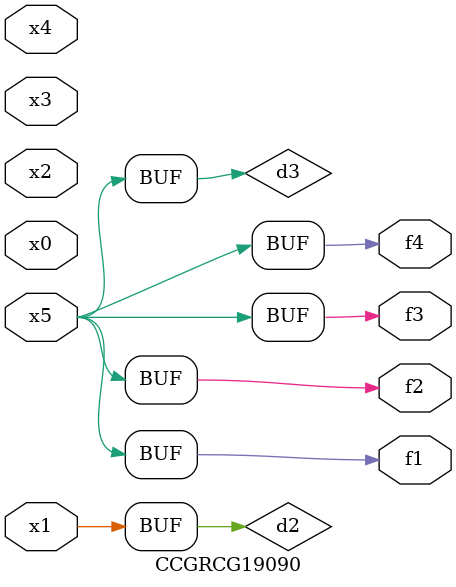
<source format=v>
module CCGRCG19090(
	input x0, x1, x2, x3, x4, x5,
	output f1, f2, f3, f4
);

	wire d1, d2, d3;

	not (d1, x5);
	or (d2, x1);
	xnor (d3, d1);
	assign f1 = d3;
	assign f2 = d3;
	assign f3 = d3;
	assign f4 = d3;
endmodule

</source>
